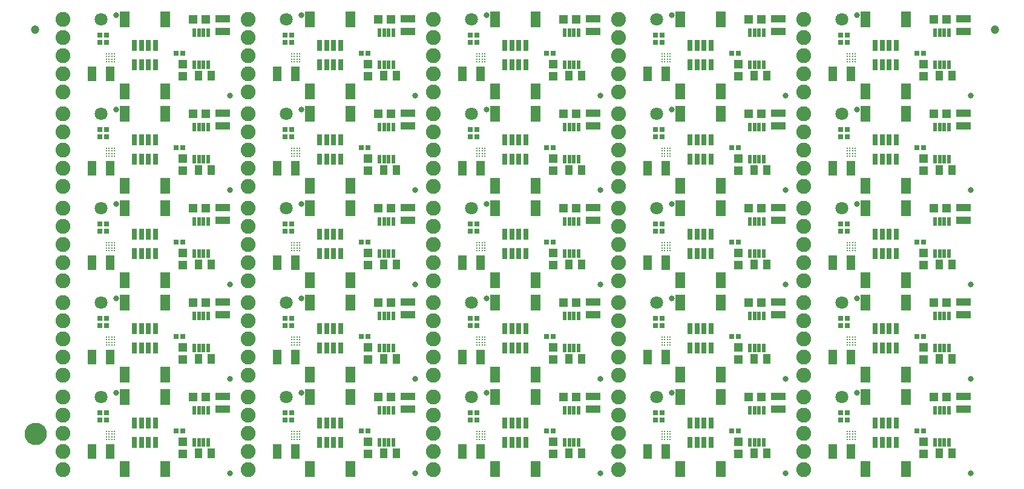
<source format=gts>
G04 EAGLE Gerber RS-274X export*
G75*
%MOMM*%
%FSLAX34Y34*%
%LPD*%
%INSoldermask Top*%
%IPPOS*%
%AMOC8*
5,1,8,0,0,1.08239X$1,22.5*%
G01*
%ADD10R,0.603200X1.303200*%
%ADD11C,0.200000*%
%ADD12R,1.203200X2.003200*%
%ADD13R,1.203200X1.303200*%
%ADD14R,0.803200X0.803200*%
%ADD15R,1.303200X1.203200*%
%ADD16R,1.003200X1.403200*%
%ADD17R,2.003200X1.003200*%
%ADD18R,1.403200X2.203200*%
%ADD19R,0.803200X1.553200*%
%ADD20C,2.082800*%
%ADD21C,1.803200*%
%ADD22C,0.838200*%
%ADD23C,1.203200*%
%ADD24C,1.270000*%
%ADD25C,1.703200*%


D10*
X215490Y96160D03*
X208990Y96160D03*
X202490Y96160D03*
X195990Y96160D03*
X195990Y51160D03*
X202490Y51160D03*
X208990Y51160D03*
X215490Y51160D03*
D11*
X73560Y55640D03*
X73560Y59140D03*
X73560Y62640D03*
X73560Y66140D03*
X77060Y55640D03*
X77060Y59140D03*
X77060Y62640D03*
X77060Y66140D03*
X80560Y55640D03*
X80560Y59140D03*
X80560Y62640D03*
X80560Y66140D03*
X84060Y55640D03*
X84060Y59140D03*
X84060Y62640D03*
X84060Y66140D03*
D12*
X78286Y38100D03*
X53286Y38100D03*
D13*
X180340Y51680D03*
X180340Y34680D03*
D14*
X170311Y66904D03*
X180311Y66904D03*
D15*
X211700Y114300D03*
X194700Y114300D03*
D16*
X201820Y35560D03*
X219820Y35560D03*
D17*
X236220Y115680D03*
X236220Y97680D03*
D14*
X63805Y82427D03*
X63805Y92427D03*
D18*
X155000Y114728D03*
X99000Y114728D03*
D19*
X142000Y77978D03*
X132000Y77978D03*
X122000Y77978D03*
X112000Y77978D03*
D20*
X12700Y12700D03*
X12700Y38100D03*
X12700Y63500D03*
X12700Y88900D03*
X12700Y114300D03*
D14*
X73660Y82376D03*
X73660Y92376D03*
D18*
X99000Y14050D03*
X155000Y14050D03*
D19*
X112000Y50800D03*
X122000Y50800D03*
X132000Y50800D03*
X142000Y50800D03*
D21*
X66040Y114300D03*
D22*
X86944Y120828D03*
X246380Y7620D03*
D10*
X474570Y96160D03*
X468070Y96160D03*
X461570Y96160D03*
X455070Y96160D03*
X455070Y51160D03*
X461570Y51160D03*
X468070Y51160D03*
X474570Y51160D03*
D11*
X332640Y55640D03*
X332640Y59140D03*
X332640Y62640D03*
X332640Y66140D03*
X336140Y55640D03*
X336140Y59140D03*
X336140Y62640D03*
X336140Y66140D03*
X339640Y55640D03*
X339640Y59140D03*
X339640Y62640D03*
X339640Y66140D03*
X343140Y55640D03*
X343140Y59140D03*
X343140Y62640D03*
X343140Y66140D03*
D12*
X337366Y38100D03*
X312366Y38100D03*
D13*
X439420Y51680D03*
X439420Y34680D03*
D14*
X429391Y66904D03*
X439391Y66904D03*
D15*
X470780Y114300D03*
X453780Y114300D03*
D16*
X460900Y35560D03*
X478900Y35560D03*
D17*
X495300Y115680D03*
X495300Y97680D03*
D14*
X322885Y82427D03*
X322885Y92427D03*
D18*
X414080Y114728D03*
X358080Y114728D03*
D19*
X401080Y77978D03*
X391080Y77978D03*
X381080Y77978D03*
X371080Y77978D03*
D20*
X271780Y12700D03*
X271780Y38100D03*
X271780Y63500D03*
X271780Y88900D03*
X271780Y114300D03*
D14*
X332740Y82376D03*
X332740Y92376D03*
D18*
X358080Y14050D03*
X414080Y14050D03*
D19*
X371080Y50800D03*
X381080Y50800D03*
X391080Y50800D03*
X401080Y50800D03*
D21*
X325120Y114300D03*
D22*
X346024Y120828D03*
X505460Y7620D03*
D10*
X733650Y96160D03*
X727150Y96160D03*
X720650Y96160D03*
X714150Y96160D03*
X714150Y51160D03*
X720650Y51160D03*
X727150Y51160D03*
X733650Y51160D03*
D11*
X591720Y55640D03*
X591720Y59140D03*
X591720Y62640D03*
X591720Y66140D03*
X595220Y55640D03*
X595220Y59140D03*
X595220Y62640D03*
X595220Y66140D03*
X598720Y55640D03*
X598720Y59140D03*
X598720Y62640D03*
X598720Y66140D03*
X602220Y55640D03*
X602220Y59140D03*
X602220Y62640D03*
X602220Y66140D03*
D12*
X596446Y38100D03*
X571446Y38100D03*
D13*
X698500Y51680D03*
X698500Y34680D03*
D14*
X688471Y66904D03*
X698471Y66904D03*
D15*
X729860Y114300D03*
X712860Y114300D03*
D16*
X719980Y35560D03*
X737980Y35560D03*
D17*
X754380Y115680D03*
X754380Y97680D03*
D14*
X581965Y82427D03*
X581965Y92427D03*
D18*
X673160Y114728D03*
X617160Y114728D03*
D19*
X660160Y77978D03*
X650160Y77978D03*
X640160Y77978D03*
X630160Y77978D03*
D20*
X530860Y12700D03*
X530860Y38100D03*
X530860Y63500D03*
X530860Y88900D03*
X530860Y114300D03*
D14*
X591820Y82376D03*
X591820Y92376D03*
D18*
X617160Y14050D03*
X673160Y14050D03*
D19*
X630160Y50800D03*
X640160Y50800D03*
X650160Y50800D03*
X660160Y50800D03*
D21*
X584200Y114300D03*
D22*
X605104Y120828D03*
X764540Y7620D03*
D10*
X992730Y96160D03*
X986230Y96160D03*
X979730Y96160D03*
X973230Y96160D03*
X973230Y51160D03*
X979730Y51160D03*
X986230Y51160D03*
X992730Y51160D03*
D11*
X850800Y55640D03*
X850800Y59140D03*
X850800Y62640D03*
X850800Y66140D03*
X854300Y55640D03*
X854300Y59140D03*
X854300Y62640D03*
X854300Y66140D03*
X857800Y55640D03*
X857800Y59140D03*
X857800Y62640D03*
X857800Y66140D03*
X861300Y55640D03*
X861300Y59140D03*
X861300Y62640D03*
X861300Y66140D03*
D12*
X855526Y38100D03*
X830526Y38100D03*
D13*
X957580Y51680D03*
X957580Y34680D03*
D14*
X947551Y66904D03*
X957551Y66904D03*
D15*
X988940Y114300D03*
X971940Y114300D03*
D16*
X979060Y35560D03*
X997060Y35560D03*
D17*
X1013460Y115680D03*
X1013460Y97680D03*
D14*
X841045Y82427D03*
X841045Y92427D03*
D18*
X932240Y114728D03*
X876240Y114728D03*
D19*
X919240Y77978D03*
X909240Y77978D03*
X899240Y77978D03*
X889240Y77978D03*
D20*
X789940Y12700D03*
X789940Y38100D03*
X789940Y63500D03*
X789940Y88900D03*
X789940Y114300D03*
D14*
X850900Y82376D03*
X850900Y92376D03*
D18*
X876240Y14050D03*
X932240Y14050D03*
D19*
X889240Y50800D03*
X899240Y50800D03*
X909240Y50800D03*
X919240Y50800D03*
D21*
X843280Y114300D03*
D22*
X864184Y120828D03*
X1023620Y7620D03*
D10*
X1251810Y96160D03*
X1245310Y96160D03*
X1238810Y96160D03*
X1232310Y96160D03*
X1232310Y51160D03*
X1238810Y51160D03*
X1245310Y51160D03*
X1251810Y51160D03*
D11*
X1109880Y55640D03*
X1109880Y59140D03*
X1109880Y62640D03*
X1109880Y66140D03*
X1113380Y55640D03*
X1113380Y59140D03*
X1113380Y62640D03*
X1113380Y66140D03*
X1116880Y55640D03*
X1116880Y59140D03*
X1116880Y62640D03*
X1116880Y66140D03*
X1120380Y55640D03*
X1120380Y59140D03*
X1120380Y62640D03*
X1120380Y66140D03*
D12*
X1114606Y38100D03*
X1089606Y38100D03*
D13*
X1216660Y51680D03*
X1216660Y34680D03*
D14*
X1206631Y66904D03*
X1216631Y66904D03*
D15*
X1248020Y114300D03*
X1231020Y114300D03*
D16*
X1238140Y35560D03*
X1256140Y35560D03*
D17*
X1272540Y115680D03*
X1272540Y97680D03*
D14*
X1100125Y82427D03*
X1100125Y92427D03*
D18*
X1191320Y114728D03*
X1135320Y114728D03*
D19*
X1178320Y77978D03*
X1168320Y77978D03*
X1158320Y77978D03*
X1148320Y77978D03*
D20*
X1049020Y12700D03*
X1049020Y38100D03*
X1049020Y63500D03*
X1049020Y88900D03*
X1049020Y114300D03*
D14*
X1109980Y82376D03*
X1109980Y92376D03*
D18*
X1135320Y14050D03*
X1191320Y14050D03*
D19*
X1148320Y50800D03*
X1158320Y50800D03*
X1168320Y50800D03*
X1178320Y50800D03*
D21*
X1102360Y114300D03*
D22*
X1123264Y120828D03*
X1282700Y7620D03*
D10*
X215490Y228240D03*
X208990Y228240D03*
X202490Y228240D03*
X195990Y228240D03*
X195990Y183240D03*
X202490Y183240D03*
X208990Y183240D03*
X215490Y183240D03*
D11*
X73560Y187720D03*
X73560Y191220D03*
X73560Y194720D03*
X73560Y198220D03*
X77060Y187720D03*
X77060Y191220D03*
X77060Y194720D03*
X77060Y198220D03*
X80560Y187720D03*
X80560Y191220D03*
X80560Y194720D03*
X80560Y198220D03*
X84060Y187720D03*
X84060Y191220D03*
X84060Y194720D03*
X84060Y198220D03*
D12*
X78286Y170180D03*
X53286Y170180D03*
D13*
X180340Y183760D03*
X180340Y166760D03*
D14*
X170311Y198984D03*
X180311Y198984D03*
D15*
X211700Y246380D03*
X194700Y246380D03*
D16*
X201820Y167640D03*
X219820Y167640D03*
D17*
X236220Y247760D03*
X236220Y229760D03*
D14*
X63805Y214507D03*
X63805Y224507D03*
D18*
X155000Y246808D03*
X99000Y246808D03*
D19*
X142000Y210058D03*
X132000Y210058D03*
X122000Y210058D03*
X112000Y210058D03*
D20*
X12700Y144780D03*
X12700Y170180D03*
X12700Y195580D03*
X12700Y220980D03*
X12700Y246380D03*
D14*
X73660Y214456D03*
X73660Y224456D03*
D18*
X99000Y146130D03*
X155000Y146130D03*
D19*
X112000Y182880D03*
X122000Y182880D03*
X132000Y182880D03*
X142000Y182880D03*
D21*
X66040Y246380D03*
D22*
X86944Y252908D03*
X246380Y139700D03*
D10*
X474570Y228240D03*
X468070Y228240D03*
X461570Y228240D03*
X455070Y228240D03*
X455070Y183240D03*
X461570Y183240D03*
X468070Y183240D03*
X474570Y183240D03*
D11*
X332640Y187720D03*
X332640Y191220D03*
X332640Y194720D03*
X332640Y198220D03*
X336140Y187720D03*
X336140Y191220D03*
X336140Y194720D03*
X336140Y198220D03*
X339640Y187720D03*
X339640Y191220D03*
X339640Y194720D03*
X339640Y198220D03*
X343140Y187720D03*
X343140Y191220D03*
X343140Y194720D03*
X343140Y198220D03*
D12*
X337366Y170180D03*
X312366Y170180D03*
D13*
X439420Y183760D03*
X439420Y166760D03*
D14*
X429391Y198984D03*
X439391Y198984D03*
D15*
X470780Y246380D03*
X453780Y246380D03*
D16*
X460900Y167640D03*
X478900Y167640D03*
D17*
X495300Y247760D03*
X495300Y229760D03*
D14*
X322885Y214507D03*
X322885Y224507D03*
D18*
X414080Y246808D03*
X358080Y246808D03*
D19*
X401080Y210058D03*
X391080Y210058D03*
X381080Y210058D03*
X371080Y210058D03*
D20*
X271780Y144780D03*
X271780Y170180D03*
X271780Y195580D03*
X271780Y220980D03*
X271780Y246380D03*
D14*
X332740Y214456D03*
X332740Y224456D03*
D18*
X358080Y146130D03*
X414080Y146130D03*
D19*
X371080Y182880D03*
X381080Y182880D03*
X391080Y182880D03*
X401080Y182880D03*
D21*
X325120Y246380D03*
D22*
X346024Y252908D03*
X505460Y139700D03*
D10*
X733650Y228240D03*
X727150Y228240D03*
X720650Y228240D03*
X714150Y228240D03*
X714150Y183240D03*
X720650Y183240D03*
X727150Y183240D03*
X733650Y183240D03*
D11*
X591720Y187720D03*
X591720Y191220D03*
X591720Y194720D03*
X591720Y198220D03*
X595220Y187720D03*
X595220Y191220D03*
X595220Y194720D03*
X595220Y198220D03*
X598720Y187720D03*
X598720Y191220D03*
X598720Y194720D03*
X598720Y198220D03*
X602220Y187720D03*
X602220Y191220D03*
X602220Y194720D03*
X602220Y198220D03*
D12*
X596446Y170180D03*
X571446Y170180D03*
D13*
X698500Y183760D03*
X698500Y166760D03*
D14*
X688471Y198984D03*
X698471Y198984D03*
D15*
X729860Y246380D03*
X712860Y246380D03*
D16*
X719980Y167640D03*
X737980Y167640D03*
D17*
X754380Y247760D03*
X754380Y229760D03*
D14*
X581965Y214507D03*
X581965Y224507D03*
D18*
X673160Y246808D03*
X617160Y246808D03*
D19*
X660160Y210058D03*
X650160Y210058D03*
X640160Y210058D03*
X630160Y210058D03*
D20*
X530860Y144780D03*
X530860Y170180D03*
X530860Y195580D03*
X530860Y220980D03*
X530860Y246380D03*
D14*
X591820Y214456D03*
X591820Y224456D03*
D18*
X617160Y146130D03*
X673160Y146130D03*
D19*
X630160Y182880D03*
X640160Y182880D03*
X650160Y182880D03*
X660160Y182880D03*
D21*
X584200Y246380D03*
D22*
X605104Y252908D03*
X764540Y139700D03*
D10*
X992730Y228240D03*
X986230Y228240D03*
X979730Y228240D03*
X973230Y228240D03*
X973230Y183240D03*
X979730Y183240D03*
X986230Y183240D03*
X992730Y183240D03*
D11*
X850800Y187720D03*
X850800Y191220D03*
X850800Y194720D03*
X850800Y198220D03*
X854300Y187720D03*
X854300Y191220D03*
X854300Y194720D03*
X854300Y198220D03*
X857800Y187720D03*
X857800Y191220D03*
X857800Y194720D03*
X857800Y198220D03*
X861300Y187720D03*
X861300Y191220D03*
X861300Y194720D03*
X861300Y198220D03*
D12*
X855526Y170180D03*
X830526Y170180D03*
D13*
X957580Y183760D03*
X957580Y166760D03*
D14*
X947551Y198984D03*
X957551Y198984D03*
D15*
X988940Y246380D03*
X971940Y246380D03*
D16*
X979060Y167640D03*
X997060Y167640D03*
D17*
X1013460Y247760D03*
X1013460Y229760D03*
D14*
X841045Y214507D03*
X841045Y224507D03*
D18*
X932240Y246808D03*
X876240Y246808D03*
D19*
X919240Y210058D03*
X909240Y210058D03*
X899240Y210058D03*
X889240Y210058D03*
D20*
X789940Y144780D03*
X789940Y170180D03*
X789940Y195580D03*
X789940Y220980D03*
X789940Y246380D03*
D14*
X850900Y214456D03*
X850900Y224456D03*
D18*
X876240Y146130D03*
X932240Y146130D03*
D19*
X889240Y182880D03*
X899240Y182880D03*
X909240Y182880D03*
X919240Y182880D03*
D21*
X843280Y246380D03*
D22*
X864184Y252908D03*
X1023620Y139700D03*
D10*
X1251810Y228240D03*
X1245310Y228240D03*
X1238810Y228240D03*
X1232310Y228240D03*
X1232310Y183240D03*
X1238810Y183240D03*
X1245310Y183240D03*
X1251810Y183240D03*
D11*
X1109880Y187720D03*
X1109880Y191220D03*
X1109880Y194720D03*
X1109880Y198220D03*
X1113380Y187720D03*
X1113380Y191220D03*
X1113380Y194720D03*
X1113380Y198220D03*
X1116880Y187720D03*
X1116880Y191220D03*
X1116880Y194720D03*
X1116880Y198220D03*
X1120380Y187720D03*
X1120380Y191220D03*
X1120380Y194720D03*
X1120380Y198220D03*
D12*
X1114606Y170180D03*
X1089606Y170180D03*
D13*
X1216660Y183760D03*
X1216660Y166760D03*
D14*
X1206631Y198984D03*
X1216631Y198984D03*
D15*
X1248020Y246380D03*
X1231020Y246380D03*
D16*
X1238140Y167640D03*
X1256140Y167640D03*
D17*
X1272540Y247760D03*
X1272540Y229760D03*
D14*
X1100125Y214507D03*
X1100125Y224507D03*
D18*
X1191320Y246808D03*
X1135320Y246808D03*
D19*
X1178320Y210058D03*
X1168320Y210058D03*
X1158320Y210058D03*
X1148320Y210058D03*
D20*
X1049020Y144780D03*
X1049020Y170180D03*
X1049020Y195580D03*
X1049020Y220980D03*
X1049020Y246380D03*
D14*
X1109980Y214456D03*
X1109980Y224456D03*
D18*
X1135320Y146130D03*
X1191320Y146130D03*
D19*
X1148320Y182880D03*
X1158320Y182880D03*
X1168320Y182880D03*
X1178320Y182880D03*
D21*
X1102360Y246380D03*
D22*
X1123264Y252908D03*
X1282700Y139700D03*
D10*
X215490Y360320D03*
X208990Y360320D03*
X202490Y360320D03*
X195990Y360320D03*
X195990Y315320D03*
X202490Y315320D03*
X208990Y315320D03*
X215490Y315320D03*
D11*
X73560Y319800D03*
X73560Y323300D03*
X73560Y326800D03*
X73560Y330300D03*
X77060Y319800D03*
X77060Y323300D03*
X77060Y326800D03*
X77060Y330300D03*
X80560Y319800D03*
X80560Y323300D03*
X80560Y326800D03*
X80560Y330300D03*
X84060Y319800D03*
X84060Y323300D03*
X84060Y326800D03*
X84060Y330300D03*
D12*
X78286Y302260D03*
X53286Y302260D03*
D13*
X180340Y315840D03*
X180340Y298840D03*
D14*
X170311Y331064D03*
X180311Y331064D03*
D15*
X211700Y378460D03*
X194700Y378460D03*
D16*
X201820Y299720D03*
X219820Y299720D03*
D17*
X236220Y379840D03*
X236220Y361840D03*
D14*
X63805Y346587D03*
X63805Y356587D03*
D18*
X155000Y378888D03*
X99000Y378888D03*
D19*
X142000Y342138D03*
X132000Y342138D03*
X122000Y342138D03*
X112000Y342138D03*
D20*
X12700Y276860D03*
X12700Y302260D03*
X12700Y327660D03*
X12700Y353060D03*
X12700Y378460D03*
D14*
X73660Y346536D03*
X73660Y356536D03*
D18*
X99000Y278210D03*
X155000Y278210D03*
D19*
X112000Y314960D03*
X122000Y314960D03*
X132000Y314960D03*
X142000Y314960D03*
D21*
X66040Y378460D03*
D22*
X86944Y384988D03*
X246380Y271780D03*
D10*
X474570Y360320D03*
X468070Y360320D03*
X461570Y360320D03*
X455070Y360320D03*
X455070Y315320D03*
X461570Y315320D03*
X468070Y315320D03*
X474570Y315320D03*
D11*
X332640Y319800D03*
X332640Y323300D03*
X332640Y326800D03*
X332640Y330300D03*
X336140Y319800D03*
X336140Y323300D03*
X336140Y326800D03*
X336140Y330300D03*
X339640Y319800D03*
X339640Y323300D03*
X339640Y326800D03*
X339640Y330300D03*
X343140Y319800D03*
X343140Y323300D03*
X343140Y326800D03*
X343140Y330300D03*
D12*
X337366Y302260D03*
X312366Y302260D03*
D13*
X439420Y315840D03*
X439420Y298840D03*
D14*
X429391Y331064D03*
X439391Y331064D03*
D15*
X470780Y378460D03*
X453780Y378460D03*
D16*
X460900Y299720D03*
X478900Y299720D03*
D17*
X495300Y379840D03*
X495300Y361840D03*
D14*
X322885Y346587D03*
X322885Y356587D03*
D18*
X414080Y378888D03*
X358080Y378888D03*
D19*
X401080Y342138D03*
X391080Y342138D03*
X381080Y342138D03*
X371080Y342138D03*
D20*
X271780Y276860D03*
X271780Y302260D03*
X271780Y327660D03*
X271780Y353060D03*
X271780Y378460D03*
D14*
X332740Y346536D03*
X332740Y356536D03*
D18*
X358080Y278210D03*
X414080Y278210D03*
D19*
X371080Y314960D03*
X381080Y314960D03*
X391080Y314960D03*
X401080Y314960D03*
D21*
X325120Y378460D03*
D22*
X346024Y384988D03*
X505460Y271780D03*
D10*
X733650Y360320D03*
X727150Y360320D03*
X720650Y360320D03*
X714150Y360320D03*
X714150Y315320D03*
X720650Y315320D03*
X727150Y315320D03*
X733650Y315320D03*
D11*
X591720Y319800D03*
X591720Y323300D03*
X591720Y326800D03*
X591720Y330300D03*
X595220Y319800D03*
X595220Y323300D03*
X595220Y326800D03*
X595220Y330300D03*
X598720Y319800D03*
X598720Y323300D03*
X598720Y326800D03*
X598720Y330300D03*
X602220Y319800D03*
X602220Y323300D03*
X602220Y326800D03*
X602220Y330300D03*
D12*
X596446Y302260D03*
X571446Y302260D03*
D13*
X698500Y315840D03*
X698500Y298840D03*
D14*
X688471Y331064D03*
X698471Y331064D03*
D15*
X729860Y378460D03*
X712860Y378460D03*
D16*
X719980Y299720D03*
X737980Y299720D03*
D17*
X754380Y379840D03*
X754380Y361840D03*
D14*
X581965Y346587D03*
X581965Y356587D03*
D18*
X673160Y378888D03*
X617160Y378888D03*
D19*
X660160Y342138D03*
X650160Y342138D03*
X640160Y342138D03*
X630160Y342138D03*
D20*
X530860Y276860D03*
X530860Y302260D03*
X530860Y327660D03*
X530860Y353060D03*
X530860Y378460D03*
D14*
X591820Y346536D03*
X591820Y356536D03*
D18*
X617160Y278210D03*
X673160Y278210D03*
D19*
X630160Y314960D03*
X640160Y314960D03*
X650160Y314960D03*
X660160Y314960D03*
D21*
X584200Y378460D03*
D22*
X605104Y384988D03*
X764540Y271780D03*
D10*
X992730Y360320D03*
X986230Y360320D03*
X979730Y360320D03*
X973230Y360320D03*
X973230Y315320D03*
X979730Y315320D03*
X986230Y315320D03*
X992730Y315320D03*
D11*
X850800Y319800D03*
X850800Y323300D03*
X850800Y326800D03*
X850800Y330300D03*
X854300Y319800D03*
X854300Y323300D03*
X854300Y326800D03*
X854300Y330300D03*
X857800Y319800D03*
X857800Y323300D03*
X857800Y326800D03*
X857800Y330300D03*
X861300Y319800D03*
X861300Y323300D03*
X861300Y326800D03*
X861300Y330300D03*
D12*
X855526Y302260D03*
X830526Y302260D03*
D13*
X957580Y315840D03*
X957580Y298840D03*
D14*
X947551Y331064D03*
X957551Y331064D03*
D15*
X988940Y378460D03*
X971940Y378460D03*
D16*
X979060Y299720D03*
X997060Y299720D03*
D17*
X1013460Y379840D03*
X1013460Y361840D03*
D14*
X841045Y346587D03*
X841045Y356587D03*
D18*
X932240Y378888D03*
X876240Y378888D03*
D19*
X919240Y342138D03*
X909240Y342138D03*
X899240Y342138D03*
X889240Y342138D03*
D20*
X789940Y276860D03*
X789940Y302260D03*
X789940Y327660D03*
X789940Y353060D03*
X789940Y378460D03*
D14*
X850900Y346536D03*
X850900Y356536D03*
D18*
X876240Y278210D03*
X932240Y278210D03*
D19*
X889240Y314960D03*
X899240Y314960D03*
X909240Y314960D03*
X919240Y314960D03*
D21*
X843280Y378460D03*
D22*
X864184Y384988D03*
X1023620Y271780D03*
D10*
X1251810Y360320D03*
X1245310Y360320D03*
X1238810Y360320D03*
X1232310Y360320D03*
X1232310Y315320D03*
X1238810Y315320D03*
X1245310Y315320D03*
X1251810Y315320D03*
D11*
X1109880Y319800D03*
X1109880Y323300D03*
X1109880Y326800D03*
X1109880Y330300D03*
X1113380Y319800D03*
X1113380Y323300D03*
X1113380Y326800D03*
X1113380Y330300D03*
X1116880Y319800D03*
X1116880Y323300D03*
X1116880Y326800D03*
X1116880Y330300D03*
X1120380Y319800D03*
X1120380Y323300D03*
X1120380Y326800D03*
X1120380Y330300D03*
D12*
X1114606Y302260D03*
X1089606Y302260D03*
D13*
X1216660Y315840D03*
X1216660Y298840D03*
D14*
X1206631Y331064D03*
X1216631Y331064D03*
D15*
X1248020Y378460D03*
X1231020Y378460D03*
D16*
X1238140Y299720D03*
X1256140Y299720D03*
D17*
X1272540Y379840D03*
X1272540Y361840D03*
D14*
X1100125Y346587D03*
X1100125Y356587D03*
D18*
X1191320Y378888D03*
X1135320Y378888D03*
D19*
X1178320Y342138D03*
X1168320Y342138D03*
X1158320Y342138D03*
X1148320Y342138D03*
D20*
X1049020Y276860D03*
X1049020Y302260D03*
X1049020Y327660D03*
X1049020Y353060D03*
X1049020Y378460D03*
D14*
X1109980Y346536D03*
X1109980Y356536D03*
D18*
X1135320Y278210D03*
X1191320Y278210D03*
D19*
X1148320Y314960D03*
X1158320Y314960D03*
X1168320Y314960D03*
X1178320Y314960D03*
D21*
X1102360Y378460D03*
D22*
X1123264Y384988D03*
X1282700Y271780D03*
D10*
X215490Y492400D03*
X208990Y492400D03*
X202490Y492400D03*
X195990Y492400D03*
X195990Y447400D03*
X202490Y447400D03*
X208990Y447400D03*
X215490Y447400D03*
D11*
X73560Y451880D03*
X73560Y455380D03*
X73560Y458880D03*
X73560Y462380D03*
X77060Y451880D03*
X77060Y455380D03*
X77060Y458880D03*
X77060Y462380D03*
X80560Y451880D03*
X80560Y455380D03*
X80560Y458880D03*
X80560Y462380D03*
X84060Y451880D03*
X84060Y455380D03*
X84060Y458880D03*
X84060Y462380D03*
D12*
X78286Y434340D03*
X53286Y434340D03*
D13*
X180340Y447920D03*
X180340Y430920D03*
D14*
X170311Y463144D03*
X180311Y463144D03*
D15*
X211700Y510540D03*
X194700Y510540D03*
D16*
X201820Y431800D03*
X219820Y431800D03*
D17*
X236220Y511920D03*
X236220Y493920D03*
D14*
X63805Y478667D03*
X63805Y488667D03*
D18*
X155000Y510968D03*
X99000Y510968D03*
D19*
X142000Y474218D03*
X132000Y474218D03*
X122000Y474218D03*
X112000Y474218D03*
D20*
X12700Y408940D03*
X12700Y434340D03*
X12700Y459740D03*
X12700Y485140D03*
X12700Y510540D03*
D14*
X73660Y478616D03*
X73660Y488616D03*
D18*
X99000Y410290D03*
X155000Y410290D03*
D19*
X112000Y447040D03*
X122000Y447040D03*
X132000Y447040D03*
X142000Y447040D03*
D21*
X66040Y510540D03*
D22*
X86944Y517068D03*
X246380Y403860D03*
D10*
X474570Y492400D03*
X468070Y492400D03*
X461570Y492400D03*
X455070Y492400D03*
X455070Y447400D03*
X461570Y447400D03*
X468070Y447400D03*
X474570Y447400D03*
D11*
X332640Y451880D03*
X332640Y455380D03*
X332640Y458880D03*
X332640Y462380D03*
X336140Y451880D03*
X336140Y455380D03*
X336140Y458880D03*
X336140Y462380D03*
X339640Y451880D03*
X339640Y455380D03*
X339640Y458880D03*
X339640Y462380D03*
X343140Y451880D03*
X343140Y455380D03*
X343140Y458880D03*
X343140Y462380D03*
D12*
X337366Y434340D03*
X312366Y434340D03*
D13*
X439420Y447920D03*
X439420Y430920D03*
D14*
X429391Y463144D03*
X439391Y463144D03*
D15*
X470780Y510540D03*
X453780Y510540D03*
D16*
X460900Y431800D03*
X478900Y431800D03*
D17*
X495300Y511920D03*
X495300Y493920D03*
D14*
X322885Y478667D03*
X322885Y488667D03*
D18*
X414080Y510968D03*
X358080Y510968D03*
D19*
X401080Y474218D03*
X391080Y474218D03*
X381080Y474218D03*
X371080Y474218D03*
D20*
X271780Y408940D03*
X271780Y434340D03*
X271780Y459740D03*
X271780Y485140D03*
X271780Y510540D03*
D14*
X332740Y478616D03*
X332740Y488616D03*
D18*
X358080Y410290D03*
X414080Y410290D03*
D19*
X371080Y447040D03*
X381080Y447040D03*
X391080Y447040D03*
X401080Y447040D03*
D21*
X325120Y510540D03*
D22*
X346024Y517068D03*
X505460Y403860D03*
D10*
X733650Y492400D03*
X727150Y492400D03*
X720650Y492400D03*
X714150Y492400D03*
X714150Y447400D03*
X720650Y447400D03*
X727150Y447400D03*
X733650Y447400D03*
D11*
X591720Y451880D03*
X591720Y455380D03*
X591720Y458880D03*
X591720Y462380D03*
X595220Y451880D03*
X595220Y455380D03*
X595220Y458880D03*
X595220Y462380D03*
X598720Y451880D03*
X598720Y455380D03*
X598720Y458880D03*
X598720Y462380D03*
X602220Y451880D03*
X602220Y455380D03*
X602220Y458880D03*
X602220Y462380D03*
D12*
X596446Y434340D03*
X571446Y434340D03*
D13*
X698500Y447920D03*
X698500Y430920D03*
D14*
X688471Y463144D03*
X698471Y463144D03*
D15*
X729860Y510540D03*
X712860Y510540D03*
D16*
X719980Y431800D03*
X737980Y431800D03*
D17*
X754380Y511920D03*
X754380Y493920D03*
D14*
X581965Y478667D03*
X581965Y488667D03*
D18*
X673160Y510968D03*
X617160Y510968D03*
D19*
X660160Y474218D03*
X650160Y474218D03*
X640160Y474218D03*
X630160Y474218D03*
D20*
X530860Y408940D03*
X530860Y434340D03*
X530860Y459740D03*
X530860Y485140D03*
X530860Y510540D03*
D14*
X591820Y478616D03*
X591820Y488616D03*
D18*
X617160Y410290D03*
X673160Y410290D03*
D19*
X630160Y447040D03*
X640160Y447040D03*
X650160Y447040D03*
X660160Y447040D03*
D21*
X584200Y510540D03*
D22*
X605104Y517068D03*
X764540Y403860D03*
D10*
X992730Y492400D03*
X986230Y492400D03*
X979730Y492400D03*
X973230Y492400D03*
X973230Y447400D03*
X979730Y447400D03*
X986230Y447400D03*
X992730Y447400D03*
D11*
X850800Y451880D03*
X850800Y455380D03*
X850800Y458880D03*
X850800Y462380D03*
X854300Y451880D03*
X854300Y455380D03*
X854300Y458880D03*
X854300Y462380D03*
X857800Y451880D03*
X857800Y455380D03*
X857800Y458880D03*
X857800Y462380D03*
X861300Y451880D03*
X861300Y455380D03*
X861300Y458880D03*
X861300Y462380D03*
D12*
X855526Y434340D03*
X830526Y434340D03*
D13*
X957580Y447920D03*
X957580Y430920D03*
D14*
X947551Y463144D03*
X957551Y463144D03*
D15*
X988940Y510540D03*
X971940Y510540D03*
D16*
X979060Y431800D03*
X997060Y431800D03*
D17*
X1013460Y511920D03*
X1013460Y493920D03*
D14*
X841045Y478667D03*
X841045Y488667D03*
D18*
X932240Y510968D03*
X876240Y510968D03*
D19*
X919240Y474218D03*
X909240Y474218D03*
X899240Y474218D03*
X889240Y474218D03*
D20*
X789940Y408940D03*
X789940Y434340D03*
X789940Y459740D03*
X789940Y485140D03*
X789940Y510540D03*
D14*
X850900Y478616D03*
X850900Y488616D03*
D18*
X876240Y410290D03*
X932240Y410290D03*
D19*
X889240Y447040D03*
X899240Y447040D03*
X909240Y447040D03*
X919240Y447040D03*
D21*
X843280Y510540D03*
D22*
X864184Y517068D03*
X1023620Y403860D03*
D10*
X1251810Y492400D03*
X1245310Y492400D03*
X1238810Y492400D03*
X1232310Y492400D03*
X1232310Y447400D03*
X1238810Y447400D03*
X1245310Y447400D03*
X1251810Y447400D03*
D11*
X1109880Y451880D03*
X1109880Y455380D03*
X1109880Y458880D03*
X1109880Y462380D03*
X1113380Y451880D03*
X1113380Y455380D03*
X1113380Y458880D03*
X1113380Y462380D03*
X1116880Y451880D03*
X1116880Y455380D03*
X1116880Y458880D03*
X1116880Y462380D03*
X1120380Y451880D03*
X1120380Y455380D03*
X1120380Y458880D03*
X1120380Y462380D03*
D12*
X1114606Y434340D03*
X1089606Y434340D03*
D13*
X1216660Y447920D03*
X1216660Y430920D03*
D14*
X1206631Y463144D03*
X1216631Y463144D03*
D15*
X1248020Y510540D03*
X1231020Y510540D03*
D16*
X1238140Y431800D03*
X1256140Y431800D03*
D17*
X1272540Y511920D03*
X1272540Y493920D03*
D14*
X1100125Y478667D03*
X1100125Y488667D03*
D18*
X1191320Y510968D03*
X1135320Y510968D03*
D19*
X1178320Y474218D03*
X1168320Y474218D03*
X1158320Y474218D03*
X1148320Y474218D03*
D20*
X1049020Y408940D03*
X1049020Y434340D03*
X1049020Y459740D03*
X1049020Y485140D03*
X1049020Y510540D03*
D14*
X1109980Y478616D03*
X1109980Y488616D03*
D18*
X1135320Y410290D03*
X1191320Y410290D03*
D19*
X1148320Y447040D03*
X1158320Y447040D03*
X1168320Y447040D03*
X1178320Y447040D03*
D21*
X1102360Y510540D03*
D22*
X1123264Y517068D03*
X1282700Y403860D03*
D10*
X215490Y624480D03*
X208990Y624480D03*
X202490Y624480D03*
X195990Y624480D03*
X195990Y579480D03*
X202490Y579480D03*
X208990Y579480D03*
X215490Y579480D03*
D11*
X73560Y583960D03*
X73560Y587460D03*
X73560Y590960D03*
X73560Y594460D03*
X77060Y583960D03*
X77060Y587460D03*
X77060Y590960D03*
X77060Y594460D03*
X80560Y583960D03*
X80560Y587460D03*
X80560Y590960D03*
X80560Y594460D03*
X84060Y583960D03*
X84060Y587460D03*
X84060Y590960D03*
X84060Y594460D03*
D12*
X78286Y566420D03*
X53286Y566420D03*
D13*
X180340Y580000D03*
X180340Y563000D03*
D14*
X170311Y595224D03*
X180311Y595224D03*
D15*
X211700Y642620D03*
X194700Y642620D03*
D16*
X201820Y563880D03*
X219820Y563880D03*
D17*
X236220Y644000D03*
X236220Y626000D03*
D14*
X63805Y610747D03*
X63805Y620747D03*
D18*
X155000Y643048D03*
X99000Y643048D03*
D19*
X142000Y606298D03*
X132000Y606298D03*
X122000Y606298D03*
X112000Y606298D03*
D20*
X12700Y541020D03*
X12700Y566420D03*
X12700Y591820D03*
X12700Y617220D03*
X12700Y642620D03*
D14*
X73660Y610696D03*
X73660Y620696D03*
D18*
X99000Y542370D03*
X155000Y542370D03*
D19*
X112000Y579120D03*
X122000Y579120D03*
X132000Y579120D03*
X142000Y579120D03*
D21*
X66040Y642620D03*
D22*
X86944Y649148D03*
X246380Y535940D03*
D10*
X474570Y624480D03*
X468070Y624480D03*
X461570Y624480D03*
X455070Y624480D03*
X455070Y579480D03*
X461570Y579480D03*
X468070Y579480D03*
X474570Y579480D03*
D11*
X332640Y583960D03*
X332640Y587460D03*
X332640Y590960D03*
X332640Y594460D03*
X336140Y583960D03*
X336140Y587460D03*
X336140Y590960D03*
X336140Y594460D03*
X339640Y583960D03*
X339640Y587460D03*
X339640Y590960D03*
X339640Y594460D03*
X343140Y583960D03*
X343140Y587460D03*
X343140Y590960D03*
X343140Y594460D03*
D12*
X337366Y566420D03*
X312366Y566420D03*
D13*
X439420Y580000D03*
X439420Y563000D03*
D14*
X429391Y595224D03*
X439391Y595224D03*
D15*
X470780Y642620D03*
X453780Y642620D03*
D16*
X460900Y563880D03*
X478900Y563880D03*
D17*
X495300Y644000D03*
X495300Y626000D03*
D14*
X322885Y610747D03*
X322885Y620747D03*
D18*
X414080Y643048D03*
X358080Y643048D03*
D19*
X401080Y606298D03*
X391080Y606298D03*
X381080Y606298D03*
X371080Y606298D03*
D20*
X271780Y541020D03*
X271780Y566420D03*
X271780Y591820D03*
X271780Y617220D03*
X271780Y642620D03*
D14*
X332740Y610696D03*
X332740Y620696D03*
D18*
X358080Y542370D03*
X414080Y542370D03*
D19*
X371080Y579120D03*
X381080Y579120D03*
X391080Y579120D03*
X401080Y579120D03*
D21*
X325120Y642620D03*
D22*
X346024Y649148D03*
X505460Y535940D03*
D10*
X733650Y624480D03*
X727150Y624480D03*
X720650Y624480D03*
X714150Y624480D03*
X714150Y579480D03*
X720650Y579480D03*
X727150Y579480D03*
X733650Y579480D03*
D11*
X591720Y583960D03*
X591720Y587460D03*
X591720Y590960D03*
X591720Y594460D03*
X595220Y583960D03*
X595220Y587460D03*
X595220Y590960D03*
X595220Y594460D03*
X598720Y583960D03*
X598720Y587460D03*
X598720Y590960D03*
X598720Y594460D03*
X602220Y583960D03*
X602220Y587460D03*
X602220Y590960D03*
X602220Y594460D03*
D12*
X596446Y566420D03*
X571446Y566420D03*
D13*
X698500Y580000D03*
X698500Y563000D03*
D14*
X688471Y595224D03*
X698471Y595224D03*
D15*
X729860Y642620D03*
X712860Y642620D03*
D16*
X719980Y563880D03*
X737980Y563880D03*
D17*
X754380Y644000D03*
X754380Y626000D03*
D14*
X581965Y610747D03*
X581965Y620747D03*
D18*
X673160Y643048D03*
X617160Y643048D03*
D19*
X660160Y606298D03*
X650160Y606298D03*
X640160Y606298D03*
X630160Y606298D03*
D20*
X530860Y541020D03*
X530860Y566420D03*
X530860Y591820D03*
X530860Y617220D03*
X530860Y642620D03*
D14*
X591820Y610696D03*
X591820Y620696D03*
D18*
X617160Y542370D03*
X673160Y542370D03*
D19*
X630160Y579120D03*
X640160Y579120D03*
X650160Y579120D03*
X660160Y579120D03*
D21*
X584200Y642620D03*
D22*
X605104Y649148D03*
X764540Y535940D03*
D10*
X992730Y624480D03*
X986230Y624480D03*
X979730Y624480D03*
X973230Y624480D03*
X973230Y579480D03*
X979730Y579480D03*
X986230Y579480D03*
X992730Y579480D03*
D11*
X850800Y583960D03*
X850800Y587460D03*
X850800Y590960D03*
X850800Y594460D03*
X854300Y583960D03*
X854300Y587460D03*
X854300Y590960D03*
X854300Y594460D03*
X857800Y583960D03*
X857800Y587460D03*
X857800Y590960D03*
X857800Y594460D03*
X861300Y583960D03*
X861300Y587460D03*
X861300Y590960D03*
X861300Y594460D03*
D12*
X855526Y566420D03*
X830526Y566420D03*
D13*
X957580Y580000D03*
X957580Y563000D03*
D14*
X947551Y595224D03*
X957551Y595224D03*
D15*
X988940Y642620D03*
X971940Y642620D03*
D16*
X979060Y563880D03*
X997060Y563880D03*
D17*
X1013460Y644000D03*
X1013460Y626000D03*
D14*
X841045Y610747D03*
X841045Y620747D03*
D18*
X932240Y643048D03*
X876240Y643048D03*
D19*
X919240Y606298D03*
X909240Y606298D03*
X899240Y606298D03*
X889240Y606298D03*
D20*
X789940Y541020D03*
X789940Y566420D03*
X789940Y591820D03*
X789940Y617220D03*
X789940Y642620D03*
D14*
X850900Y610696D03*
X850900Y620696D03*
D18*
X876240Y542370D03*
X932240Y542370D03*
D19*
X889240Y579120D03*
X899240Y579120D03*
X909240Y579120D03*
X919240Y579120D03*
D21*
X843280Y642620D03*
D22*
X864184Y649148D03*
X1023620Y535940D03*
D10*
X1251810Y624480D03*
X1245310Y624480D03*
X1238810Y624480D03*
X1232310Y624480D03*
X1232310Y579480D03*
X1238810Y579480D03*
X1245310Y579480D03*
X1251810Y579480D03*
D11*
X1109880Y583960D03*
X1109880Y587460D03*
X1109880Y590960D03*
X1109880Y594460D03*
X1113380Y583960D03*
X1113380Y587460D03*
X1113380Y590960D03*
X1113380Y594460D03*
X1116880Y583960D03*
X1116880Y587460D03*
X1116880Y590960D03*
X1116880Y594460D03*
X1120380Y583960D03*
X1120380Y587460D03*
X1120380Y590960D03*
X1120380Y594460D03*
D12*
X1114606Y566420D03*
X1089606Y566420D03*
D13*
X1216660Y580000D03*
X1216660Y563000D03*
D14*
X1206631Y595224D03*
X1216631Y595224D03*
D15*
X1248020Y642620D03*
X1231020Y642620D03*
D16*
X1238140Y563880D03*
X1256140Y563880D03*
D17*
X1272540Y644000D03*
X1272540Y626000D03*
D14*
X1100125Y610747D03*
X1100125Y620747D03*
D18*
X1191320Y643048D03*
X1135320Y643048D03*
D19*
X1178320Y606298D03*
X1168320Y606298D03*
X1158320Y606298D03*
X1148320Y606298D03*
D20*
X1049020Y541020D03*
X1049020Y566420D03*
X1049020Y591820D03*
X1049020Y617220D03*
X1049020Y642620D03*
D14*
X1109980Y610696D03*
X1109980Y620696D03*
D18*
X1135320Y542370D03*
X1191320Y542370D03*
D19*
X1148320Y579120D03*
X1158320Y579120D03*
X1168320Y579120D03*
X1178320Y579120D03*
D21*
X1102360Y642620D03*
D22*
X1123264Y649148D03*
X1282700Y535940D03*
D23*
X-26238Y628650D03*
X1316558Y628650D03*
D24*
X-35293Y63500D02*
X-35290Y63722D01*
X-35282Y63944D01*
X-35268Y64166D01*
X-35249Y64388D01*
X-35225Y64608D01*
X-35195Y64829D01*
X-35160Y65048D01*
X-35119Y65267D01*
X-35073Y65484D01*
X-35022Y65700D01*
X-34965Y65915D01*
X-34903Y66129D01*
X-34836Y66340D01*
X-34764Y66551D01*
X-34686Y66759D01*
X-34604Y66965D01*
X-34516Y67169D01*
X-34424Y67372D01*
X-34326Y67571D01*
X-34224Y67768D01*
X-34117Y67963D01*
X-34005Y68155D01*
X-33888Y68344D01*
X-33767Y68531D01*
X-33641Y68714D01*
X-33511Y68894D01*
X-33376Y69071D01*
X-33238Y69244D01*
X-33095Y69414D01*
X-32947Y69581D01*
X-32796Y69744D01*
X-32641Y69903D01*
X-32482Y70058D01*
X-32319Y70209D01*
X-32152Y70357D01*
X-31982Y70500D01*
X-31809Y70638D01*
X-31632Y70773D01*
X-31452Y70903D01*
X-31269Y71029D01*
X-31082Y71150D01*
X-30893Y71267D01*
X-30701Y71379D01*
X-30506Y71486D01*
X-30309Y71588D01*
X-30110Y71686D01*
X-29907Y71778D01*
X-29703Y71866D01*
X-29497Y71948D01*
X-29289Y72026D01*
X-29078Y72098D01*
X-28867Y72165D01*
X-28653Y72227D01*
X-28438Y72284D01*
X-28222Y72335D01*
X-28005Y72381D01*
X-27786Y72422D01*
X-27567Y72457D01*
X-27346Y72487D01*
X-27126Y72511D01*
X-26904Y72530D01*
X-26682Y72544D01*
X-26460Y72552D01*
X-26238Y72555D01*
X-26016Y72552D01*
X-25794Y72544D01*
X-25572Y72530D01*
X-25350Y72511D01*
X-25130Y72487D01*
X-24909Y72457D01*
X-24690Y72422D01*
X-24471Y72381D01*
X-24254Y72335D01*
X-24038Y72284D01*
X-23823Y72227D01*
X-23609Y72165D01*
X-23398Y72098D01*
X-23187Y72026D01*
X-22979Y71948D01*
X-22773Y71866D01*
X-22569Y71778D01*
X-22366Y71686D01*
X-22167Y71588D01*
X-21970Y71486D01*
X-21775Y71379D01*
X-21583Y71267D01*
X-21394Y71150D01*
X-21207Y71029D01*
X-21024Y70903D01*
X-20844Y70773D01*
X-20667Y70638D01*
X-20494Y70500D01*
X-20324Y70357D01*
X-20157Y70209D01*
X-19994Y70058D01*
X-19835Y69903D01*
X-19680Y69744D01*
X-19529Y69581D01*
X-19381Y69414D01*
X-19238Y69244D01*
X-19100Y69071D01*
X-18965Y68894D01*
X-18835Y68714D01*
X-18709Y68531D01*
X-18588Y68344D01*
X-18471Y68155D01*
X-18359Y67963D01*
X-18252Y67768D01*
X-18150Y67571D01*
X-18052Y67372D01*
X-17960Y67169D01*
X-17872Y66965D01*
X-17790Y66759D01*
X-17712Y66551D01*
X-17640Y66340D01*
X-17573Y66129D01*
X-17511Y65915D01*
X-17454Y65700D01*
X-17403Y65484D01*
X-17357Y65267D01*
X-17316Y65048D01*
X-17281Y64829D01*
X-17251Y64608D01*
X-17227Y64388D01*
X-17208Y64166D01*
X-17194Y63944D01*
X-17186Y63722D01*
X-17183Y63500D01*
X-17186Y63278D01*
X-17194Y63056D01*
X-17208Y62834D01*
X-17227Y62612D01*
X-17251Y62392D01*
X-17281Y62171D01*
X-17316Y61952D01*
X-17357Y61733D01*
X-17403Y61516D01*
X-17454Y61300D01*
X-17511Y61085D01*
X-17573Y60871D01*
X-17640Y60660D01*
X-17712Y60449D01*
X-17790Y60241D01*
X-17872Y60035D01*
X-17960Y59831D01*
X-18052Y59628D01*
X-18150Y59429D01*
X-18252Y59232D01*
X-18359Y59037D01*
X-18471Y58845D01*
X-18588Y58656D01*
X-18709Y58469D01*
X-18835Y58286D01*
X-18965Y58106D01*
X-19100Y57929D01*
X-19238Y57756D01*
X-19381Y57586D01*
X-19529Y57419D01*
X-19680Y57256D01*
X-19835Y57097D01*
X-19994Y56942D01*
X-20157Y56791D01*
X-20324Y56643D01*
X-20494Y56500D01*
X-20667Y56362D01*
X-20844Y56227D01*
X-21024Y56097D01*
X-21207Y55971D01*
X-21394Y55850D01*
X-21583Y55733D01*
X-21775Y55621D01*
X-21970Y55514D01*
X-22167Y55412D01*
X-22366Y55314D01*
X-22569Y55222D01*
X-22773Y55134D01*
X-22979Y55052D01*
X-23187Y54974D01*
X-23398Y54902D01*
X-23609Y54835D01*
X-23823Y54773D01*
X-24038Y54716D01*
X-24254Y54665D01*
X-24471Y54619D01*
X-24690Y54578D01*
X-24909Y54543D01*
X-25130Y54513D01*
X-25350Y54489D01*
X-25572Y54470D01*
X-25794Y54456D01*
X-26016Y54448D01*
X-26238Y54445D01*
X-26460Y54448D01*
X-26682Y54456D01*
X-26904Y54470D01*
X-27126Y54489D01*
X-27346Y54513D01*
X-27567Y54543D01*
X-27786Y54578D01*
X-28005Y54619D01*
X-28222Y54665D01*
X-28438Y54716D01*
X-28653Y54773D01*
X-28867Y54835D01*
X-29078Y54902D01*
X-29289Y54974D01*
X-29497Y55052D01*
X-29703Y55134D01*
X-29907Y55222D01*
X-30110Y55314D01*
X-30309Y55412D01*
X-30506Y55514D01*
X-30701Y55621D01*
X-30893Y55733D01*
X-31082Y55850D01*
X-31269Y55971D01*
X-31452Y56097D01*
X-31632Y56227D01*
X-31809Y56362D01*
X-31982Y56500D01*
X-32152Y56643D01*
X-32319Y56791D01*
X-32482Y56942D01*
X-32641Y57097D01*
X-32796Y57256D01*
X-32947Y57419D01*
X-33095Y57586D01*
X-33238Y57756D01*
X-33376Y57929D01*
X-33511Y58106D01*
X-33641Y58286D01*
X-33767Y58469D01*
X-33888Y58656D01*
X-34005Y58845D01*
X-34117Y59037D01*
X-34224Y59232D01*
X-34326Y59429D01*
X-34424Y59628D01*
X-34516Y59831D01*
X-34604Y60035D01*
X-34686Y60241D01*
X-34764Y60449D01*
X-34836Y60660D01*
X-34903Y60871D01*
X-34965Y61085D01*
X-35022Y61300D01*
X-35073Y61516D01*
X-35119Y61733D01*
X-35160Y61952D01*
X-35195Y62171D01*
X-35225Y62392D01*
X-35249Y62612D01*
X-35268Y62834D01*
X-35282Y63056D01*
X-35290Y63278D01*
X-35293Y63500D01*
D25*
X-26238Y63500D03*
M02*

</source>
